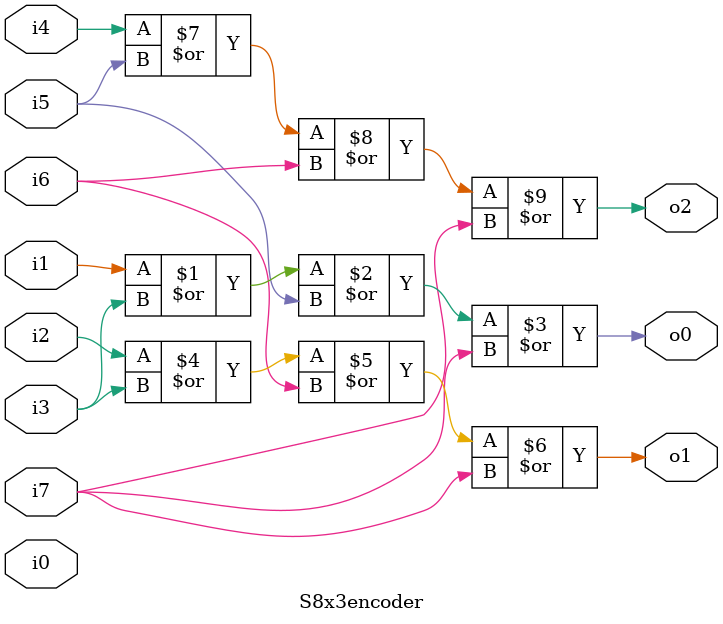
<source format=v>
`timescale 1ns / 1ps
/*
module S8x3encoder(o,i
    );
input [7:0]i;
output[2:0]o;
wire  [2:0]o;
or (o[0],i[1],i[3],i[5],i[7]);
or (o[1],i[2],i[3],i[6],i[7]);
or (o[2],i[4],i[5],i[6],i[7]);
endmodule
*/


module S8x3encoder(o0,o1,o2,i0,i1,i2,i3,i4,i5,i6,i7
    );
input i0,i1,i2,i3,i4,i5,i6,i7;
output o0,o1,o2;
wire o0,o1,o2;
or (o0,i1,i3,i5,i7);
or (o1,i2,i3,i6,i7);
or (o2,i4,i5,i6,i7);
endmodule

</source>
